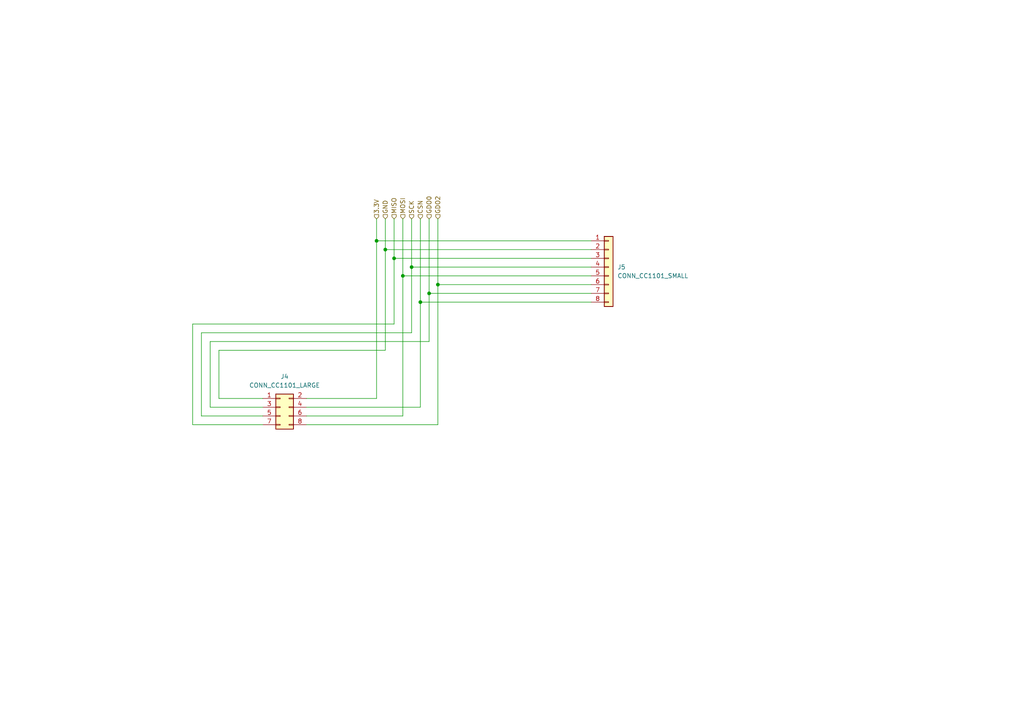
<source format=kicad_sch>
(kicad_sch (version 20250114) (generator "eeschema") (generator_version "9.0")
  (paper "A4")
  (lib_symbols
    (symbol "Connector_Generic:Conn_01x08" (pin_names (offset 1.016) (hide yes))
      (property "Reference" "J" (at 0 10.16 0))
      (property "Value" "Conn_01x08" (at 0 -12.7 0))
      (symbol "Conn_01x08_1_1"
        (rectangle (start -1.27 8.89) (end 1.27 -11.43) (stroke (width 0.254)) (fill (type background)))
        (rectangle (start -1.27 7.747) (end 0 7.493) (stroke (width 0.1524)))
        (rectangle (start -1.27 5.207) (end 0 4.953) (stroke (width 0.1524)))
        (rectangle (start -1.27 2.667) (end 0 2.413) (stroke (width 0.1524)))
        (rectangle (start -1.27 0.127) (end 0 -0.127) (stroke (width 0.1524)))
        (rectangle (start -1.27 -2.413) (end 0 -2.667) (stroke (width 0.1524)))
        (rectangle (start -1.27 -4.953) (end 0 -5.207) (stroke (width 0.1524)))
        (rectangle (start -1.27 -7.493) (end 0 -7.747) (stroke (width 0.1524)))
        (rectangle (start -1.27 -10.033) (end 0 -10.287) (stroke (width 0.1524)))
        (pin passive line (at -5.08 7.62 0) (length 3.81) (name "Pin_1") (number "1"))
        (pin passive line (at -5.08 5.08 0) (length 3.81) (name "Pin_2") (number "2"))
        (pin passive line (at -5.08 2.54 0) (length 3.81) (name "Pin_3") (number "3"))
        (pin passive line (at -5.08 0 0) (length 3.81) (name "Pin_4") (number "4"))
        (pin passive line (at -5.08 -2.54 0) (length 3.81) (name "Pin_5") (number "5"))
        (pin passive line (at -5.08 -5.08 0) (length 3.81) (name "Pin_6") (number "6"))
        (pin passive line (at -5.08 -7.62 0) (length 3.81) (name "Pin_7") (number "7"))
        (pin passive line (at -5.08 -10.16 0) (length 3.81) (name "Pin_8") (number "8"))
      )
    )
    (symbol "Connector_Generic:Conn_02x04_Odd_Even" (pin_names (offset 1.016) (hide yes))
      (property "Reference" "J" (at 1.27 5.08 0))
      (property "Value" "Conn_02x04_Odd_Even" (at 1.27 -7.62 0))
      (symbol "Conn_02x04_Odd_Even_1_1"
        (rectangle (start -1.27 3.81) (end 3.81 -6.35) (stroke (width 0.254)) (fill (type background)))
        (rectangle (start -1.27 2.667) (end 0 2.413) (stroke (width 0.1524)))
        (rectangle (start -1.27 0.127) (end 0 -0.127) (stroke (width 0.1524)))
        (rectangle (start -1.27 -2.413) (end 0 -2.667) (stroke (width 0.1524)))
        (rectangle (start -1.27 -4.953) (end 0 -5.207) (stroke (width 0.1524)))
        (rectangle (start 3.81 2.667) (end 2.54 2.413) (stroke (width 0.1524)))
        (rectangle (start 3.81 0.127) (end 2.54 -0.127) (stroke (width 0.1524)))
        (rectangle (start 3.81 -2.413) (end 2.54 -2.667) (stroke (width 0.1524)))
        (rectangle (start 3.81 -4.953) (end 2.54 -5.207) (stroke (width 0.1524)))
        (pin passive line (at -5.08 2.54 0) (length 3.81) (name "Pin_1") (number "1"))
        (pin passive line (at -5.08 0 0) (length 3.81) (name "Pin_3") (number "3"))
        (pin passive line (at -5.08 -2.54 0) (length 3.81) (name "Pin_5") (number "5"))
        (pin passive line (at -5.08 -5.08 0) (length 3.81) (name "Pin_7") (number "7"))
        (pin passive line (at 7.62 2.54 180) (length 3.81) (name "Pin_2") (number "2"))
        (pin passive line (at 7.62 0 180) (length 3.81) (name "Pin_4") (number "4"))
        (pin passive line (at 7.62 -2.54 180) (length 3.81) (name "Pin_6") (number "6"))
        (pin passive line (at 7.62 -5.08 180) (length 3.81) (name "Pin_8") (number "8"))
      )
    )
  )
  (junction (at 109.22 69.85))
  (junction (at 121.92 87.63))
  (junction (at 111.76 72.39))
  (junction (at 114.3 74.93))
  (junction (at 127 82.55))
  (junction (at 116.84 80.01))
  (junction (at 124.46 85.09))
  (junction (at 119.38 77.47))
  (wire (pts (xy 60.96 99.06) (xy 60.96 118.11)))
  (wire (pts (xy 63.5 115.57) (xy 63.5 101.6)))
  (wire (pts (xy 127 123.19) (xy 88.9 123.19)))
  (wire (pts (xy 114.3 63.5) (xy 114.3 74.93)))
  (wire (pts (xy 109.22 69.85) (xy 171.45 69.85)))
  (wire (pts (xy 55.88 123.19) (xy 76.2 123.19)))
  (wire (pts (xy 60.96 118.11) (xy 76.2 118.11)))
  (wire (pts (xy 116.84 80.01) (xy 171.45 80.01)))
  (wire (pts (xy 171.45 82.55) (xy 127 82.55)))
  (wire (pts (xy 116.84 80.01) (xy 116.84 120.65)))
  (wire (pts (xy 121.92 63.5) (xy 121.92 87.63)))
  (wire (pts (xy 114.3 74.93) (xy 171.45 74.93)))
  (wire (pts (xy 76.2 115.57) (xy 63.5 115.57)))
  (wire (pts (xy 63.5 101.6) (xy 111.76 101.6)))
  (wire (pts (xy 119.38 77.47) (xy 171.45 77.47)))
  (wire (pts (xy 121.92 87.63) (xy 171.45 87.63)))
  (wire (pts (xy 111.76 101.6) (xy 111.76 72.39)))
  (wire (pts (xy 124.46 85.09) (xy 171.45 85.09)))
  (wire (pts (xy 119.38 96.52) (xy 58.42 96.52)))
  (wire (pts (xy 121.92 87.63) (xy 121.92 118.11)))
  (wire (pts (xy 109.22 63.5) (xy 109.22 69.85)))
  (wire (pts (xy 116.84 63.5) (xy 116.84 80.01)))
  (wire (pts (xy 124.46 99.06) (xy 60.96 99.06)))
  (wire (pts (xy 58.42 96.52) (xy 58.42 120.65)))
  (wire (pts (xy 127 82.55) (xy 127 123.19)))
  (wire (pts (xy 111.76 72.39) (xy 111.76 63.5)))
  (wire (pts (xy 121.92 118.11) (xy 88.9 118.11)))
  (wire (pts (xy 119.38 63.5) (xy 119.38 77.47)))
  (wire (pts (xy 109.22 115.57) (xy 88.9 115.57)))
  (wire (pts (xy 116.84 120.65) (xy 88.9 120.65)))
  (wire (pts (xy 124.46 63.5) (xy 124.46 85.09)))
  (wire (pts (xy 114.3 93.98) (xy 55.88 93.98)))
  (wire (pts (xy 58.42 120.65) (xy 76.2 120.65)))
  (wire (pts (xy 114.3 74.93) (xy 114.3 93.98)))
  (wire (pts (xy 119.38 77.47) (xy 119.38 96.52)))
  (wire (pts (xy 111.76 72.39) (xy 171.45 72.39)))
  (wire (pts (xy 124.46 85.09) (xy 124.46 99.06)))
  (wire (pts (xy 55.88 93.98) (xy 55.88 123.19)))
  (wire (pts (xy 127 63.5) (xy 127 82.55)))
  (wire (pts (xy 109.22 69.85) (xy 109.22 115.57)))
  (hierarchical_label "GDO2" (shape input) (at 127 63.5 90))
  (hierarchical_label "MISO" (shape input) (at 114.3 63.5 90))
  (hierarchical_label "MOSI" (shape input) (at 116.84 63.5 90))
  (hierarchical_label "3.3V" (shape input) (at 109.22 63.5 90))
  (hierarchical_label "GND" (shape input) (at 111.76 63.5 90))
  (hierarchical_label "SCK" (shape input) (at 119.38 63.5 90))
  (hierarchical_label "CSN" (shape input) (at 121.92 63.5 90))
  (hierarchical_label "GDO0" (shape input) (at 124.46 63.5 90))
  (symbol (lib_id "Connector_Generic:Conn_01x08") (at 176.53 77.47 0) (unit 1)
    (property "Reference" "J5" (at 179.07 77.4699 0) (effects (justify left)))
    (property "Value" "CONN_CC1101_SMALL" (at 179.07 80.0099 0) (effects (justify left)))
    (property "Description" "Generic connector, single row, 01x08, script generated (kicad-library-utils/schlib/autogen/connector/)" (effects (hide yes)))
  )
  (symbol (lib_id "Connector_Generic:Conn_02x04_Odd_Even") (at 81.28 118.11 0) (unit 1)
    (property "Reference" "J4" (at 82.55 109.22 0))
    (property "Value" "CONN_CC1101_LARGE" (at 82.55 111.76 0))
    (property "Description" "Generic connector, double row, 02x04, odd/even pin numbering scheme (row 1 odd numbers, row 2 even numbers), script generated (kicad-library-utils/schlib/autogen/connector/)" (effects (hide yes)))
  )
)
</source>
